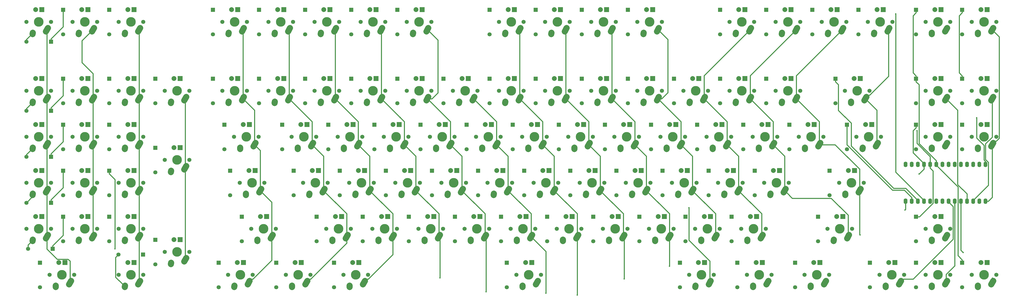
<source format=gbl>
G04 #@! TF.FileFunction,Copper,L2,Bot,Signal*
%FSLAX46Y46*%
G04 Gerber Fmt 4.6, Leading zero omitted, Abs format (unit mm)*
G04 Created by KiCad (PCBNEW 4.0.2-stable) date Saturday, May 28, 2016 'PMt' 12:45:38 PM*
%MOMM*%
G01*
G04 APERTURE LIST*
%ADD10C,0.150000*%
%ADD11C,1.699260*%
%ADD12R,1.699260X1.699260*%
%ADD13C,3.987810*%
%ADD14C,1.701810*%
%ADD15C,2.500000*%
%ADD16R,2.000000X2.000000*%
%ADD17C,2.000000*%
%ADD18O,1.600000X2.300000*%
%ADD19C,0.609600*%
%ADD20C,0.381000*%
G04 APERTURE END LIST*
D10*
D11*
X286277540Y-119460520D03*
D12*
X286277540Y-109300520D03*
D11*
X419627540Y-138510520D03*
D12*
X419627540Y-128350520D03*
D13*
X428625000Y-133350000D03*
D14*
X433705000Y-133350000D03*
X423545000Y-133350000D03*
D15*
X431624547Y-137349954D02*
X432435453Y-135890046D01*
X426085276Y-138429328D02*
X426124724Y-137850672D01*
D16*
X429895000Y-128270000D03*
D17*
X427355000Y-128270000D03*
D11*
X400577540Y-138510520D03*
D12*
X400577540Y-128350520D03*
D13*
X409575000Y-133350000D03*
D14*
X414655000Y-133350000D03*
X404495000Y-133350000D03*
D15*
X412574547Y-137349954D02*
X413385453Y-135890046D01*
X407035276Y-138429328D02*
X407074724Y-137850672D01*
D16*
X410845000Y-128270000D03*
D17*
X408305000Y-128270000D03*
D11*
X381527540Y-138510520D03*
D12*
X381527540Y-128350520D03*
D13*
X390525000Y-133350000D03*
D14*
X395605000Y-133350000D03*
X385445000Y-133350000D03*
D15*
X393524547Y-137349954D02*
X394335453Y-135890046D01*
X387985276Y-138429328D02*
X388024724Y-137850672D01*
D16*
X391795000Y-128270000D03*
D17*
X389255000Y-128270000D03*
D11*
X350571290Y-138510520D03*
D12*
X350571290Y-128350520D03*
D13*
X359568750Y-133350000D03*
D14*
X364648750Y-133350000D03*
X354488750Y-133350000D03*
D15*
X362568297Y-137349954D02*
X363379203Y-135890046D01*
X357029026Y-138429328D02*
X357068474Y-137850672D01*
D16*
X360838750Y-128270000D03*
D17*
X358298750Y-128270000D03*
D11*
X326758790Y-138510520D03*
D12*
X326758790Y-128350520D03*
D13*
X335756250Y-133350000D03*
D14*
X340836250Y-133350000D03*
X330676250Y-133350000D03*
D15*
X338755797Y-137349954D02*
X339566703Y-135890046D01*
X333216526Y-138429328D02*
X333255974Y-137850672D01*
D16*
X337026250Y-128270000D03*
D17*
X334486250Y-128270000D03*
D11*
X303000000Y-138510520D03*
D12*
X303000000Y-128350520D03*
D13*
X311943750Y-133350000D03*
D14*
X317023750Y-133350000D03*
X306863750Y-133350000D03*
D15*
X314943297Y-137349954D02*
X315754203Y-135890046D01*
X309404026Y-138429328D02*
X309443474Y-137850672D01*
D16*
X313213750Y-128270000D03*
D17*
X310673750Y-128270000D03*
D11*
X231508790Y-138510520D03*
D12*
X231508790Y-128350520D03*
D13*
X240506250Y-133350000D03*
D14*
X245586250Y-133350000D03*
X235426250Y-133350000D03*
D15*
X243505797Y-137349954D02*
X244316703Y-135890046D01*
X237966526Y-138429328D02*
X238005974Y-137850672D01*
D16*
X241776250Y-128270000D03*
D17*
X239236250Y-128270000D03*
D11*
X160071290Y-138510520D03*
D12*
X160071290Y-128350520D03*
D13*
X169068750Y-133350000D03*
D14*
X174148750Y-133350000D03*
X163988750Y-133350000D03*
D15*
X172068297Y-137349954D02*
X172879203Y-135890046D01*
X166529026Y-138429328D02*
X166568474Y-137850672D01*
D16*
X170338750Y-128270000D03*
D17*
X167798750Y-128270000D03*
D11*
X136258790Y-138510520D03*
D12*
X136258790Y-128350520D03*
D13*
X145256250Y-133350000D03*
D14*
X150336250Y-133350000D03*
X140176250Y-133350000D03*
D15*
X148255797Y-137349954D02*
X149066703Y-135890046D01*
X142716526Y-138429328D02*
X142755974Y-137850672D01*
D16*
X146526250Y-128270000D03*
D17*
X143986250Y-128270000D03*
D11*
X112446290Y-138510520D03*
D12*
X112446290Y-128350520D03*
D13*
X121443750Y-133350000D03*
D14*
X126523750Y-133350000D03*
X116363750Y-133350000D03*
D15*
X124443297Y-137349954D02*
X125254203Y-135890046D01*
X118904026Y-138429328D02*
X118943474Y-137850672D01*
D16*
X122713750Y-128270000D03*
D17*
X120173750Y-128270000D03*
D11*
X71000000Y-125000000D03*
D12*
X81160000Y-125000000D03*
D13*
X76200000Y-133350000D03*
D14*
X81280000Y-133350000D03*
X71120000Y-133350000D03*
D15*
X79199547Y-137349954D02*
X80010453Y-135890046D01*
X73660276Y-138429328D02*
X73699724Y-137850672D01*
D16*
X77470000Y-128270000D03*
D17*
X74930000Y-128270000D03*
D11*
X38627540Y-138510520D03*
D12*
X38627540Y-128350520D03*
D13*
X47625000Y-133350000D03*
D14*
X52705000Y-133350000D03*
X42545000Y-133350000D03*
D15*
X50624547Y-137349954D02*
X51435453Y-135890046D01*
X45085276Y-138429328D02*
X45124724Y-137850672D01*
D16*
X48895000Y-128270000D03*
D17*
X46355000Y-128270000D03*
D11*
X400577540Y-119460520D03*
D12*
X400577540Y-109300520D03*
D13*
X409575000Y-114300000D03*
D14*
X414655000Y-114300000D03*
X404495000Y-114300000D03*
D15*
X412574547Y-118299954D02*
X413385453Y-116840046D01*
X407035276Y-119379328D02*
X407074724Y-118800672D01*
D16*
X410845000Y-109220000D03*
D17*
X408305000Y-109220000D03*
D11*
X360096290Y-119460520D03*
D12*
X360096290Y-109300520D03*
D13*
X369093750Y-114300000D03*
D14*
X374173750Y-114300000D03*
X364013750Y-114300000D03*
D15*
X372093297Y-118299954D02*
X372904203Y-116840046D01*
X366554026Y-119379328D02*
X366593474Y-118800672D01*
D16*
X370363750Y-109220000D03*
D17*
X367823750Y-109220000D03*
D11*
X324377540Y-119460520D03*
D12*
X324377540Y-109300520D03*
D13*
X333375000Y-114300000D03*
D14*
X338455000Y-114300000D03*
X328295000Y-114300000D03*
D15*
X336374547Y-118299954D02*
X337185453Y-116840046D01*
X330835276Y-119379328D02*
X330874724Y-118800672D01*
D16*
X334645000Y-109220000D03*
D17*
X332105000Y-109220000D03*
D11*
X305327540Y-119460520D03*
D12*
X305327540Y-109300520D03*
D13*
X314325000Y-114300000D03*
D14*
X319405000Y-114300000D03*
X309245000Y-114300000D03*
D15*
X317324547Y-118299954D02*
X318135453Y-116840046D01*
X311785276Y-119379328D02*
X311824724Y-118800672D01*
D16*
X315595000Y-109220000D03*
D17*
X313055000Y-109220000D03*
D13*
X295275000Y-114300000D03*
D14*
X300355000Y-114300000D03*
X290195000Y-114300000D03*
D15*
X298274547Y-118299954D02*
X299085453Y-116840046D01*
X292735276Y-119379328D02*
X292774724Y-118800672D01*
D16*
X296545000Y-109220000D03*
D17*
X294005000Y-109220000D03*
D11*
X267227540Y-119460520D03*
D12*
X267227540Y-109300520D03*
D13*
X276225000Y-114300000D03*
D14*
X281305000Y-114300000D03*
X271145000Y-114300000D03*
D15*
X279224547Y-118299954D02*
X280035453Y-116840046D01*
X273685276Y-119379328D02*
X273724724Y-118800672D01*
D16*
X277495000Y-109220000D03*
D17*
X274955000Y-109220000D03*
D11*
X248177540Y-119460520D03*
D12*
X248177540Y-109300520D03*
D13*
X257175000Y-114300000D03*
D14*
X262255000Y-114300000D03*
X252095000Y-114300000D03*
D15*
X260174547Y-118299954D02*
X260985453Y-116840046D01*
X254635276Y-119379328D02*
X254674724Y-118800672D01*
D16*
X258445000Y-109220000D03*
D17*
X255905000Y-109220000D03*
D11*
X229127540Y-119460520D03*
D12*
X229127540Y-109300520D03*
D13*
X238125000Y-114300000D03*
D14*
X243205000Y-114300000D03*
X233045000Y-114300000D03*
D15*
X241124547Y-118299954D02*
X241935453Y-116840046D01*
X235585276Y-119379328D02*
X235624724Y-118800672D01*
D16*
X239395000Y-109220000D03*
D17*
X236855000Y-109220000D03*
D11*
X210077540Y-119460520D03*
D12*
X210077540Y-109300520D03*
D13*
X219075000Y-114300000D03*
D14*
X224155000Y-114300000D03*
X213995000Y-114300000D03*
D15*
X222074547Y-118299954D02*
X222885453Y-116840046D01*
X216535276Y-119379328D02*
X216574724Y-118800672D01*
D16*
X220345000Y-109220000D03*
D17*
X217805000Y-109220000D03*
D11*
X191027540Y-119460520D03*
D12*
X191027540Y-109300520D03*
D13*
X200025000Y-114300000D03*
D14*
X205105000Y-114300000D03*
X194945000Y-114300000D03*
D15*
X203024547Y-118299954D02*
X203835453Y-116840046D01*
X197485276Y-119379328D02*
X197524724Y-118800672D01*
D16*
X201295000Y-109220000D03*
D17*
X198755000Y-109220000D03*
D11*
X171977540Y-119460520D03*
D12*
X171977540Y-109300520D03*
D13*
X180975000Y-114300000D03*
D14*
X186055000Y-114300000D03*
X175895000Y-114300000D03*
D15*
X183974547Y-118299954D02*
X184785453Y-116840046D01*
X178435276Y-119379328D02*
X178474724Y-118800672D01*
D16*
X182245000Y-109220000D03*
D17*
X179705000Y-109220000D03*
D11*
X152927540Y-119460520D03*
D12*
X152927540Y-109300520D03*
D13*
X161925000Y-114300000D03*
D14*
X167005000Y-114300000D03*
X156845000Y-114300000D03*
D15*
X164924547Y-118299954D02*
X165735453Y-116840046D01*
X159385276Y-119379328D02*
X159424724Y-118800672D01*
D16*
X163195000Y-109220000D03*
D17*
X160655000Y-109220000D03*
D11*
X121971290Y-119460520D03*
D12*
X121971290Y-109300520D03*
D13*
X130968750Y-114300000D03*
D14*
X136048750Y-114300000D03*
X125888750Y-114300000D03*
D15*
X133968297Y-118299954D02*
X134779203Y-116840046D01*
X128429026Y-119379328D02*
X128468474Y-118800672D01*
D16*
X132238750Y-109220000D03*
D17*
X129698750Y-109220000D03*
D11*
X86252540Y-128985520D03*
D12*
X86252540Y-118825520D03*
D13*
X95250000Y-123825000D03*
D14*
X100330000Y-123825000D03*
X90170000Y-123825000D03*
D15*
X98249547Y-127824954D02*
X99060453Y-126365046D01*
X92710276Y-128904328D02*
X92749724Y-128325672D01*
D16*
X96520000Y-118745000D03*
D17*
X93980000Y-118745000D03*
D11*
X67202540Y-119460520D03*
D12*
X67202540Y-109300520D03*
D13*
X76200000Y-114300000D03*
D14*
X81280000Y-114300000D03*
X71120000Y-114300000D03*
D15*
X79199547Y-118299954D02*
X80010453Y-116840046D01*
X73660276Y-119379328D02*
X73699724Y-118800672D01*
D16*
X77470000Y-109220000D03*
D17*
X74930000Y-109220000D03*
D11*
X48152540Y-119460520D03*
D12*
X48152540Y-109300520D03*
D13*
X57150000Y-114300000D03*
D14*
X62230000Y-114300000D03*
X52070000Y-114300000D03*
D15*
X60149547Y-118299954D02*
X60960453Y-116840046D01*
X54610276Y-119379328D02*
X54649724Y-118800672D01*
D16*
X58420000Y-109220000D03*
D17*
X55880000Y-109220000D03*
D11*
X33655000Y-122555000D03*
D12*
X43815000Y-122555000D03*
D13*
X38100000Y-114300000D03*
D14*
X43180000Y-114300000D03*
X33020000Y-114300000D03*
D15*
X41099547Y-118299954D02*
X41910453Y-116840046D01*
X35560276Y-119379328D02*
X35599724Y-118800672D01*
D16*
X39370000Y-109220000D03*
D17*
X36830000Y-109220000D03*
D11*
X364858790Y-100410520D03*
D12*
X364858790Y-90250520D03*
D13*
X373856250Y-95250000D03*
D14*
X378936250Y-95250000D03*
X368776250Y-95250000D03*
D15*
X376855797Y-99249954D02*
X377666703Y-97790046D01*
X371316526Y-100329328D02*
X371355974Y-99750672D01*
D16*
X375126250Y-90170000D03*
D17*
X372586250Y-90170000D03*
D11*
X333902540Y-100410520D03*
D12*
X333902540Y-90250520D03*
D13*
X342900000Y-95250000D03*
D14*
X347980000Y-95250000D03*
X337820000Y-95250000D03*
D15*
X345899547Y-99249954D02*
X346710453Y-97790046D01*
X340360276Y-100329328D02*
X340399724Y-99750672D01*
D16*
X344170000Y-90170000D03*
D17*
X341630000Y-90170000D03*
D11*
X314852540Y-100410520D03*
D12*
X314852540Y-90250520D03*
D13*
X323850000Y-95250000D03*
D14*
X328930000Y-95250000D03*
X318770000Y-95250000D03*
D15*
X326849547Y-99249954D02*
X327660453Y-97790046D01*
X321310276Y-100329328D02*
X321349724Y-99750672D01*
D16*
X325120000Y-90170000D03*
D17*
X322580000Y-90170000D03*
D11*
X295802540Y-100410520D03*
D12*
X295802540Y-90250520D03*
D13*
X304800000Y-95250000D03*
D14*
X309880000Y-95250000D03*
X299720000Y-95250000D03*
D15*
X307799547Y-99249954D02*
X308610453Y-97790046D01*
X302260276Y-100329328D02*
X302299724Y-99750672D01*
D16*
X306070000Y-90170000D03*
D17*
X303530000Y-90170000D03*
D11*
X276752540Y-100410520D03*
D12*
X276752540Y-90250520D03*
D13*
X285750000Y-95250000D03*
D14*
X290830000Y-95250000D03*
X280670000Y-95250000D03*
D15*
X288749547Y-99249954D02*
X289560453Y-97790046D01*
X283210276Y-100329328D02*
X283249724Y-99750672D01*
D16*
X287020000Y-90170000D03*
D17*
X284480000Y-90170000D03*
D11*
X257702540Y-100410520D03*
D12*
X257702540Y-90250520D03*
D13*
X266700000Y-95250000D03*
D14*
X271780000Y-95250000D03*
X261620000Y-95250000D03*
D15*
X269699547Y-99249954D02*
X270510453Y-97790046D01*
X264160276Y-100329328D02*
X264199724Y-99750672D01*
D16*
X267970000Y-90170000D03*
D17*
X265430000Y-90170000D03*
D11*
X238652540Y-100410520D03*
D12*
X238652540Y-90250520D03*
D13*
X247650000Y-95250000D03*
D14*
X252730000Y-95250000D03*
X242570000Y-95250000D03*
D15*
X250649547Y-99249954D02*
X251460453Y-97790046D01*
X245110276Y-100329328D02*
X245149724Y-99750672D01*
D16*
X248920000Y-90170000D03*
D17*
X246380000Y-90170000D03*
D11*
X219602540Y-100410520D03*
D12*
X219602540Y-90250520D03*
D13*
X228600000Y-95250000D03*
D14*
X233680000Y-95250000D03*
X223520000Y-95250000D03*
D15*
X231599547Y-99249954D02*
X232410453Y-97790046D01*
X226060276Y-100329328D02*
X226099724Y-99750672D01*
D16*
X229870000Y-90170000D03*
D17*
X227330000Y-90170000D03*
D11*
X200552540Y-100410520D03*
D12*
X200552540Y-90250520D03*
D13*
X209550000Y-95250000D03*
D14*
X214630000Y-95250000D03*
X204470000Y-95250000D03*
D15*
X212549547Y-99249954D02*
X213360453Y-97790046D01*
X207010276Y-100329328D02*
X207049724Y-99750672D01*
D16*
X210820000Y-90170000D03*
D17*
X208280000Y-90170000D03*
D11*
X181502540Y-100410520D03*
D12*
X181502540Y-90250520D03*
D13*
X190500000Y-95250000D03*
D14*
X195580000Y-95250000D03*
X185420000Y-95250000D03*
D15*
X193499547Y-99249954D02*
X194310453Y-97790046D01*
X187960276Y-100329328D02*
X187999724Y-99750672D01*
D16*
X191770000Y-90170000D03*
D17*
X189230000Y-90170000D03*
D11*
X162452540Y-100410520D03*
D12*
X162452540Y-90250520D03*
D13*
X171450000Y-95250000D03*
D14*
X176530000Y-95250000D03*
X166370000Y-95250000D03*
D15*
X174449547Y-99249954D02*
X175260453Y-97790046D01*
X168910276Y-100329328D02*
X168949724Y-99750672D01*
D16*
X172720000Y-90170000D03*
D17*
X170180000Y-90170000D03*
D11*
X143402540Y-100410520D03*
D12*
X143402540Y-90250520D03*
D13*
X152400000Y-95250000D03*
D14*
X157480000Y-95250000D03*
X147320000Y-95250000D03*
D15*
X155399547Y-99249954D02*
X156210453Y-97790046D01*
X149860276Y-100329328D02*
X149899724Y-99750672D01*
D16*
X153670000Y-90170000D03*
D17*
X151130000Y-90170000D03*
D11*
X117208790Y-100410520D03*
D12*
X117208790Y-90250520D03*
D13*
X126206250Y-95250000D03*
D14*
X131286250Y-95250000D03*
X121126250Y-95250000D03*
D15*
X129205797Y-99249954D02*
X130016703Y-97790046D01*
X123666526Y-100329328D02*
X123705974Y-99750672D01*
D16*
X127476250Y-90170000D03*
D17*
X124936250Y-90170000D03*
D11*
X67202540Y-100410520D03*
D12*
X67202540Y-90250520D03*
D13*
X76200000Y-95250000D03*
D14*
X81280000Y-95250000D03*
X71120000Y-95250000D03*
D15*
X79199547Y-99249954D02*
X80010453Y-97790046D01*
X73660276Y-100329328D02*
X73699724Y-99750672D01*
D16*
X77470000Y-90170000D03*
D17*
X74930000Y-90170000D03*
D11*
X48152540Y-100410520D03*
D12*
X48152540Y-90250520D03*
D13*
X57150000Y-95250000D03*
D14*
X62230000Y-95250000D03*
X52070000Y-95250000D03*
D15*
X60149547Y-99249954D02*
X60960453Y-97790046D01*
X54610276Y-100329328D02*
X54649724Y-99750672D01*
D16*
X58420000Y-90170000D03*
D17*
X55880000Y-90170000D03*
D11*
X33020000Y-103505000D03*
D12*
X43180000Y-103505000D03*
D13*
X38100000Y-95250000D03*
D14*
X43180000Y-95250000D03*
X33020000Y-95250000D03*
D15*
X41099547Y-99249954D02*
X41910453Y-97790046D01*
X35560276Y-100329328D02*
X35599724Y-99750672D01*
D16*
X39370000Y-90170000D03*
D17*
X36830000Y-90170000D03*
D11*
X419627540Y-81360520D03*
D12*
X419627540Y-71200520D03*
D13*
X428625000Y-76200000D03*
D14*
X433705000Y-76200000D03*
X423545000Y-76200000D03*
D15*
X431624547Y-80199954D02*
X432435453Y-78740046D01*
X426085276Y-81279328D02*
X426124724Y-80700672D01*
D16*
X429895000Y-71120000D03*
D17*
X427355000Y-71120000D03*
D11*
X400577540Y-81360520D03*
D12*
X400577540Y-71200520D03*
D13*
X409575000Y-76200000D03*
D14*
X414655000Y-76200000D03*
X404495000Y-76200000D03*
D15*
X412574547Y-80199954D02*
X413385453Y-78740046D01*
X407035276Y-81279328D02*
X407074724Y-80700672D01*
D16*
X410845000Y-71120000D03*
D17*
X408305000Y-71120000D03*
D11*
X372002540Y-81360520D03*
D12*
X372002540Y-71200520D03*
D13*
X381000000Y-76200000D03*
D14*
X386080000Y-76200000D03*
X375920000Y-76200000D03*
D15*
X383999547Y-80199954D02*
X384810453Y-78740046D01*
X378460276Y-81279328D02*
X378499724Y-80700672D01*
D16*
X382270000Y-71120000D03*
D17*
X379730000Y-71120000D03*
D11*
X348190040Y-81360520D03*
D12*
X348190040Y-71200520D03*
D13*
X357187500Y-76200000D03*
D14*
X362267500Y-76200000D03*
X352107500Y-76200000D03*
D15*
X360187047Y-80199954D02*
X360997953Y-78740046D01*
X354647776Y-81279328D02*
X354687224Y-80700672D01*
D16*
X358457500Y-71120000D03*
D17*
X355917500Y-71120000D03*
D11*
X329140040Y-81360520D03*
D12*
X329140040Y-71200520D03*
D13*
X338137500Y-76200000D03*
D14*
X343217500Y-76200000D03*
X333057500Y-76200000D03*
D15*
X341137047Y-80199954D02*
X341947953Y-78740046D01*
X335597776Y-81279328D02*
X335637224Y-80700672D01*
D16*
X339407500Y-71120000D03*
D17*
X336867500Y-71120000D03*
D11*
X310090040Y-81360520D03*
D12*
X310090040Y-71200520D03*
D13*
X319087500Y-76200000D03*
D14*
X324167500Y-76200000D03*
X314007500Y-76200000D03*
D15*
X322087047Y-80199954D02*
X322897953Y-78740046D01*
X316547776Y-81279328D02*
X316587224Y-80700672D01*
D16*
X320357500Y-71120000D03*
D17*
X317817500Y-71120000D03*
D11*
X291040040Y-81360520D03*
D12*
X291040040Y-71200520D03*
D13*
X300037500Y-76200000D03*
D14*
X305117500Y-76200000D03*
X294957500Y-76200000D03*
D15*
X303037047Y-80199954D02*
X303847953Y-78740046D01*
X297497776Y-81279328D02*
X297537224Y-80700672D01*
D16*
X301307500Y-71120000D03*
D17*
X298767500Y-71120000D03*
D11*
X271990040Y-81360520D03*
D12*
X271990040Y-71200520D03*
D13*
X280987500Y-76200000D03*
D14*
X286067500Y-76200000D03*
X275907500Y-76200000D03*
D15*
X283987047Y-80199954D02*
X284797953Y-78740046D01*
X278447776Y-81279328D02*
X278487224Y-80700672D01*
D16*
X282257500Y-71120000D03*
D17*
X279717500Y-71120000D03*
D11*
X252940040Y-81360520D03*
D12*
X252940040Y-71200520D03*
D13*
X261937500Y-76200000D03*
D14*
X267017500Y-76200000D03*
X256857500Y-76200000D03*
D15*
X264937047Y-80199954D02*
X265747953Y-78740046D01*
X259397776Y-81279328D02*
X259437224Y-80700672D01*
D16*
X263207500Y-71120000D03*
D17*
X260667500Y-71120000D03*
D11*
X233890040Y-81360520D03*
D12*
X233890040Y-71200520D03*
D13*
X242887500Y-76200000D03*
D14*
X247967500Y-76200000D03*
X237807500Y-76200000D03*
D15*
X245887047Y-80199954D02*
X246697953Y-78740046D01*
X240347776Y-81279328D02*
X240387224Y-80700672D01*
D16*
X244157500Y-71120000D03*
D17*
X241617500Y-71120000D03*
D11*
X214840040Y-81360520D03*
D12*
X214840040Y-71200520D03*
D13*
X223837500Y-76200000D03*
D14*
X228917500Y-76200000D03*
X218757500Y-76200000D03*
D15*
X226837047Y-80199954D02*
X227647953Y-78740046D01*
X221297776Y-81279328D02*
X221337224Y-80700672D01*
D16*
X225107500Y-71120000D03*
D17*
X222567500Y-71120000D03*
D11*
X195790040Y-81360520D03*
D12*
X195790040Y-71200520D03*
D13*
X204787500Y-76200000D03*
D14*
X209867500Y-76200000D03*
X199707500Y-76200000D03*
D15*
X207787047Y-80199954D02*
X208597953Y-78740046D01*
X202247776Y-81279328D02*
X202287224Y-80700672D01*
D16*
X206057500Y-71120000D03*
D17*
X203517500Y-71120000D03*
D11*
X176740040Y-81360520D03*
D12*
X176740040Y-71200520D03*
D13*
X185737500Y-76200000D03*
D14*
X190817500Y-76200000D03*
X180657500Y-76200000D03*
D15*
X188737047Y-80199954D02*
X189547953Y-78740046D01*
X183197776Y-81279328D02*
X183237224Y-80700672D01*
D16*
X187007500Y-71120000D03*
D17*
X184467500Y-71120000D03*
D11*
X157690040Y-81360520D03*
D12*
X157690040Y-71200520D03*
D13*
X166687500Y-76200000D03*
D14*
X171767500Y-76200000D03*
X161607500Y-76200000D03*
D15*
X169687047Y-80199954D02*
X170497953Y-78740046D01*
X164147776Y-81279328D02*
X164187224Y-80700672D01*
D16*
X167957500Y-71120000D03*
D17*
X165417500Y-71120000D03*
D11*
X138640040Y-81360520D03*
D12*
X138640040Y-71200520D03*
D13*
X147637500Y-76200000D03*
D14*
X152717500Y-76200000D03*
X142557500Y-76200000D03*
D15*
X150637047Y-80199954D02*
X151447953Y-78740046D01*
X145097776Y-81279328D02*
X145137224Y-80700672D01*
D16*
X148907500Y-71120000D03*
D17*
X146367500Y-71120000D03*
D11*
X114827540Y-81360520D03*
D12*
X114827540Y-71200520D03*
D13*
X123825000Y-76200000D03*
D14*
X128905000Y-76200000D03*
X118745000Y-76200000D03*
D15*
X126824547Y-80199954D02*
X127635453Y-78740046D01*
X121285276Y-81279328D02*
X121324724Y-80700672D01*
D16*
X125095000Y-71120000D03*
D17*
X122555000Y-71120000D03*
D11*
X86252540Y-90885520D03*
D12*
X86252540Y-80725520D03*
D13*
X95250000Y-85725000D03*
D14*
X100330000Y-85725000D03*
X90170000Y-85725000D03*
D15*
X98249547Y-89724954D02*
X99060453Y-88265046D01*
X92710276Y-90804328D02*
X92749724Y-90225672D01*
D16*
X96520000Y-80645000D03*
D17*
X93980000Y-80645000D03*
D11*
X67202540Y-81360520D03*
D12*
X67202540Y-71200520D03*
D13*
X76200000Y-76200000D03*
D14*
X81280000Y-76200000D03*
X71120000Y-76200000D03*
D15*
X79199547Y-80199954D02*
X80010453Y-78740046D01*
X73660276Y-81279328D02*
X73699724Y-80700672D01*
D16*
X77470000Y-71120000D03*
D17*
X74930000Y-71120000D03*
D11*
X48152540Y-81360520D03*
D12*
X48152540Y-71200520D03*
D13*
X57150000Y-76200000D03*
D14*
X62230000Y-76200000D03*
X52070000Y-76200000D03*
D15*
X60149547Y-80199954D02*
X60960453Y-78740046D01*
X54610276Y-81279328D02*
X54649724Y-80700672D01*
D16*
X58420000Y-71120000D03*
D17*
X55880000Y-71120000D03*
D11*
X33020000Y-84455000D03*
D12*
X43180000Y-84455000D03*
D13*
X38100000Y-76200000D03*
D14*
X43180000Y-76200000D03*
X33020000Y-76200000D03*
D15*
X41099547Y-80199954D02*
X41910453Y-78740046D01*
X35560276Y-81279328D02*
X35599724Y-80700672D01*
D16*
X39370000Y-71120000D03*
D17*
X36830000Y-71120000D03*
D11*
X419627540Y-62310520D03*
D12*
X419627540Y-52150520D03*
D13*
X428625000Y-57150000D03*
D14*
X433705000Y-57150000D03*
X423545000Y-57150000D03*
D15*
X431624547Y-61149954D02*
X432435453Y-59690046D01*
X426085276Y-62229328D02*
X426124724Y-61650672D01*
D16*
X429895000Y-52070000D03*
D17*
X427355000Y-52070000D03*
D11*
X400577540Y-62310520D03*
D12*
X400577540Y-52150520D03*
D13*
X409575000Y-57150000D03*
D14*
X414655000Y-57150000D03*
X404495000Y-57150000D03*
D15*
X412574547Y-61149954D02*
X413385453Y-59690046D01*
X407035276Y-62229328D02*
X407074724Y-61650672D01*
D16*
X410845000Y-52070000D03*
D17*
X408305000Y-52070000D03*
D11*
X367240040Y-62310520D03*
D12*
X367240040Y-52150520D03*
D13*
X376237500Y-57150000D03*
D14*
X381317500Y-57150000D03*
X371157500Y-57150000D03*
D15*
X379237047Y-61149954D02*
X380047953Y-59690046D01*
X373697776Y-62229328D02*
X373737224Y-61650672D01*
D16*
X377507500Y-52070000D03*
D17*
X374967500Y-52070000D03*
D11*
X338665040Y-62310520D03*
D12*
X338665040Y-52150520D03*
D13*
X347662500Y-57150000D03*
D14*
X352742500Y-57150000D03*
X342582500Y-57150000D03*
D15*
X350662047Y-61149954D02*
X351472953Y-59690046D01*
X345122776Y-62229328D02*
X345162224Y-61650672D01*
D16*
X348932500Y-52070000D03*
D17*
X346392500Y-52070000D03*
D11*
X319615040Y-62310520D03*
D12*
X319615040Y-52150520D03*
D13*
X328612500Y-57150000D03*
D14*
X333692500Y-57150000D03*
X323532500Y-57150000D03*
D15*
X331612047Y-61149954D02*
X332422953Y-59690046D01*
X326072776Y-62229328D02*
X326112224Y-61650672D01*
D16*
X329882500Y-52070000D03*
D17*
X327342500Y-52070000D03*
D11*
X300565040Y-62310520D03*
D12*
X300565040Y-52150520D03*
D13*
X309562500Y-57150000D03*
D14*
X314642500Y-57150000D03*
X304482500Y-57150000D03*
D15*
X312562047Y-61149954D02*
X313372953Y-59690046D01*
X307022776Y-62229328D02*
X307062224Y-61650672D01*
D16*
X310832500Y-52070000D03*
D17*
X308292500Y-52070000D03*
D11*
X281515040Y-62310520D03*
D12*
X281515040Y-52150520D03*
D13*
X290512500Y-57150000D03*
D14*
X295592500Y-57150000D03*
X285432500Y-57150000D03*
D15*
X293512047Y-61149954D02*
X294322953Y-59690046D01*
X287972776Y-62229328D02*
X288012224Y-61650672D01*
D16*
X291782500Y-52070000D03*
D17*
X289242500Y-52070000D03*
D11*
X262465040Y-62310520D03*
D12*
X262465040Y-52150520D03*
D13*
X271462500Y-57150000D03*
D14*
X276542500Y-57150000D03*
X266382500Y-57150000D03*
D15*
X274462047Y-61149954D02*
X275272953Y-59690046D01*
X268922776Y-62229328D02*
X268962224Y-61650672D01*
D16*
X272732500Y-52070000D03*
D17*
X270192500Y-52070000D03*
D11*
X243415040Y-62310520D03*
D12*
X243415040Y-52150520D03*
D13*
X252412500Y-57150000D03*
D14*
X257492500Y-57150000D03*
X247332500Y-57150000D03*
D15*
X255412047Y-61149954D02*
X256222953Y-59690046D01*
X249872776Y-62229328D02*
X249912224Y-61650672D01*
D16*
X253682500Y-52070000D03*
D17*
X251142500Y-52070000D03*
D11*
X224365040Y-62310520D03*
D12*
X224365040Y-52150520D03*
D13*
X233362500Y-57150000D03*
D14*
X238442500Y-57150000D03*
X228282500Y-57150000D03*
D15*
X236362047Y-61149954D02*
X237172953Y-59690046D01*
X230822776Y-62229328D02*
X230862224Y-61650672D01*
D16*
X234632500Y-52070000D03*
D17*
X232092500Y-52070000D03*
D11*
X205315040Y-62310520D03*
D12*
X205315040Y-52150520D03*
D13*
X214312500Y-57150000D03*
D14*
X219392500Y-57150000D03*
X209232500Y-57150000D03*
D15*
X217312047Y-61149954D02*
X218122953Y-59690046D01*
X211772776Y-62229328D02*
X211812224Y-61650672D01*
D16*
X215582500Y-52070000D03*
D17*
X213042500Y-52070000D03*
D11*
X186265040Y-62310520D03*
D12*
X186265040Y-52150520D03*
D13*
X195262500Y-57150000D03*
D14*
X200342500Y-57150000D03*
X190182500Y-57150000D03*
D15*
X198262047Y-61149954D02*
X199072953Y-59690046D01*
X192722776Y-62229328D02*
X192762224Y-61650672D01*
D16*
X196532500Y-52070000D03*
D17*
X193992500Y-52070000D03*
D11*
X167215040Y-62310520D03*
D12*
X167215040Y-52150520D03*
D13*
X176212500Y-57150000D03*
D14*
X181292500Y-57150000D03*
X171132500Y-57150000D03*
D15*
X179212047Y-61149954D02*
X180022953Y-59690046D01*
X173672776Y-62229328D02*
X173712224Y-61650672D01*
D16*
X177482500Y-52070000D03*
D17*
X174942500Y-52070000D03*
D11*
X148165040Y-62310520D03*
D12*
X148165040Y-52150520D03*
D13*
X157162500Y-57150000D03*
D14*
X162242500Y-57150000D03*
X152082500Y-57150000D03*
D15*
X160162047Y-61149954D02*
X160972953Y-59690046D01*
X154622776Y-62229328D02*
X154662224Y-61650672D01*
D16*
X158432500Y-52070000D03*
D17*
X155892500Y-52070000D03*
D11*
X129115040Y-62310520D03*
D12*
X129115040Y-52150520D03*
D13*
X138112500Y-57150000D03*
D14*
X143192500Y-57150000D03*
X133032500Y-57150000D03*
D15*
X141112047Y-61149954D02*
X141922953Y-59690046D01*
X135572776Y-62229328D02*
X135612224Y-61650672D01*
D16*
X139382500Y-52070000D03*
D17*
X136842500Y-52070000D03*
D11*
X110065040Y-62310520D03*
D12*
X110065040Y-52150520D03*
D13*
X119062500Y-57150000D03*
D14*
X124142500Y-57150000D03*
X113982500Y-57150000D03*
D15*
X122062047Y-61149954D02*
X122872953Y-59690046D01*
X116522776Y-62229328D02*
X116562224Y-61650672D01*
D16*
X120332500Y-52070000D03*
D17*
X117792500Y-52070000D03*
D11*
X86252540Y-62310520D03*
D12*
X86252540Y-52150520D03*
D13*
X95250000Y-57150000D03*
D14*
X100330000Y-57150000D03*
X90170000Y-57150000D03*
D15*
X98249547Y-61149954D02*
X99060453Y-59690046D01*
X92710276Y-62229328D02*
X92749724Y-61650672D01*
D16*
X96520000Y-52070000D03*
D17*
X93980000Y-52070000D03*
D11*
X67202540Y-62310520D03*
D12*
X67202540Y-52150520D03*
D13*
X76200000Y-57150000D03*
D14*
X81280000Y-57150000D03*
X71120000Y-57150000D03*
D15*
X79199547Y-61149954D02*
X80010453Y-59690046D01*
X73660276Y-62229328D02*
X73699724Y-61650672D01*
D16*
X77470000Y-52070000D03*
D17*
X74930000Y-52070000D03*
D11*
X48152540Y-62310520D03*
D12*
X48152540Y-52150520D03*
D13*
X57150000Y-57150000D03*
D14*
X62230000Y-57150000D03*
X52070000Y-57150000D03*
D15*
X60149547Y-61149954D02*
X60960453Y-59690046D01*
X54610276Y-62229328D02*
X54649724Y-61650672D01*
D16*
X58420000Y-52070000D03*
D17*
X55880000Y-52070000D03*
D11*
X33020000Y-65405000D03*
D12*
X43180000Y-65405000D03*
D13*
X38100000Y-57150000D03*
D14*
X43180000Y-57150000D03*
X33020000Y-57150000D03*
D15*
X41099547Y-61149954D02*
X41910453Y-59690046D01*
X35560276Y-62229328D02*
X35599724Y-61650672D01*
D16*
X39370000Y-52070000D03*
D17*
X36830000Y-52070000D03*
D11*
X419627540Y-33735520D03*
D12*
X419627540Y-23575520D03*
D13*
X428625000Y-28575000D03*
D14*
X433705000Y-28575000D03*
X423545000Y-28575000D03*
D15*
X431624547Y-32574954D02*
X432435453Y-31115046D01*
X426085276Y-33654328D02*
X426124724Y-33075672D01*
D16*
X429895000Y-23495000D03*
D17*
X427355000Y-23495000D03*
D11*
X400577540Y-33735520D03*
D12*
X400577540Y-23575520D03*
D13*
X409575000Y-28575000D03*
D14*
X414655000Y-28575000D03*
X404495000Y-28575000D03*
D15*
X412574547Y-32574954D02*
X413385453Y-31115046D01*
X407035276Y-33654328D02*
X407074724Y-33075672D01*
D16*
X410845000Y-23495000D03*
D17*
X408305000Y-23495000D03*
D11*
X376765040Y-33735520D03*
D12*
X376765040Y-23575520D03*
D13*
X385762500Y-28575000D03*
D14*
X390842500Y-28575000D03*
X380682500Y-28575000D03*
D15*
X388762047Y-32574954D02*
X389572953Y-31115046D01*
X383222776Y-33654328D02*
X383262224Y-33075672D01*
D16*
X387032500Y-23495000D03*
D17*
X384492500Y-23495000D03*
D11*
X357715040Y-33735520D03*
D12*
X357715040Y-23575520D03*
D13*
X366712500Y-28575000D03*
D14*
X371792500Y-28575000D03*
X361632500Y-28575000D03*
D15*
X369712047Y-32574954D02*
X370522953Y-31115046D01*
X364172776Y-33654328D02*
X364212224Y-33075672D01*
D16*
X367982500Y-23495000D03*
D17*
X365442500Y-23495000D03*
D11*
X338665040Y-33735520D03*
D12*
X338665040Y-23575520D03*
D13*
X347662500Y-28575000D03*
D14*
X352742500Y-28575000D03*
X342582500Y-28575000D03*
D15*
X350662047Y-32574954D02*
X351472953Y-31115046D01*
X345122776Y-33654328D02*
X345162224Y-33075672D01*
D16*
X348932500Y-23495000D03*
D17*
X346392500Y-23495000D03*
D11*
X319615040Y-33735520D03*
D12*
X319615040Y-23575520D03*
D13*
X328612500Y-28575000D03*
D14*
X333692500Y-28575000D03*
X323532500Y-28575000D03*
D15*
X331612047Y-32574954D02*
X332422953Y-31115046D01*
X326072776Y-33654328D02*
X326112224Y-33075672D01*
D16*
X329882500Y-23495000D03*
D17*
X327342500Y-23495000D03*
D11*
X281515040Y-33735520D03*
D12*
X281515040Y-23575520D03*
D13*
X290512500Y-28575000D03*
D14*
X295592500Y-28575000D03*
X285432500Y-28575000D03*
D15*
X293512047Y-32574954D02*
X294322953Y-31115046D01*
X287972776Y-33654328D02*
X288012224Y-33075672D01*
D16*
X291782500Y-23495000D03*
D17*
X289242500Y-23495000D03*
D11*
X262465040Y-33735520D03*
D12*
X262465040Y-23575520D03*
D13*
X271462500Y-28575000D03*
D14*
X276542500Y-28575000D03*
X266382500Y-28575000D03*
D15*
X274462047Y-32574954D02*
X275272953Y-31115046D01*
X268922776Y-33654328D02*
X268962224Y-33075672D01*
D16*
X272732500Y-23495000D03*
D17*
X270192500Y-23495000D03*
D11*
X243415040Y-33735520D03*
D12*
X243415040Y-23575520D03*
D13*
X252412500Y-28575000D03*
D14*
X257492500Y-28575000D03*
X247332500Y-28575000D03*
D15*
X255412047Y-32574954D02*
X256222953Y-31115046D01*
X249872776Y-33654328D02*
X249912224Y-33075672D01*
D16*
X253682500Y-23495000D03*
D17*
X251142500Y-23495000D03*
D11*
X224365040Y-33735520D03*
D12*
X224365040Y-23575520D03*
D13*
X233362500Y-28575000D03*
D14*
X238442500Y-28575000D03*
X228282500Y-28575000D03*
D15*
X236362047Y-32574954D02*
X237172953Y-31115046D01*
X230822776Y-33654328D02*
X230862224Y-33075672D01*
D16*
X234632500Y-23495000D03*
D17*
X232092500Y-23495000D03*
D11*
X186265040Y-33735520D03*
D12*
X186265040Y-23575520D03*
D13*
X195262500Y-28575000D03*
D14*
X200342500Y-28575000D03*
X190182500Y-28575000D03*
D15*
X198262047Y-32574954D02*
X199072953Y-31115046D01*
X192722776Y-33654328D02*
X192762224Y-33075672D01*
D16*
X196532500Y-23495000D03*
D17*
X193992500Y-23495000D03*
D11*
X167215040Y-33735520D03*
D12*
X167215040Y-23575520D03*
D13*
X176212500Y-28575000D03*
D14*
X181292500Y-28575000D03*
X171132500Y-28575000D03*
D15*
X179212047Y-32574954D02*
X180022953Y-31115046D01*
X173672776Y-33654328D02*
X173712224Y-33075672D01*
D16*
X177482500Y-23495000D03*
D17*
X174942500Y-23495000D03*
D11*
X148165040Y-33735520D03*
D12*
X148165040Y-23575520D03*
D13*
X157162500Y-28575000D03*
D14*
X162242500Y-28575000D03*
X152082500Y-28575000D03*
D15*
X160162047Y-32574954D02*
X160972953Y-31115046D01*
X154622776Y-33654328D02*
X154662224Y-33075672D01*
D16*
X158432500Y-23495000D03*
D17*
X155892500Y-23495000D03*
D11*
X129115040Y-33735520D03*
D12*
X129115040Y-23575520D03*
D13*
X138112500Y-28575000D03*
D14*
X143192500Y-28575000D03*
X133032500Y-28575000D03*
D15*
X141112047Y-32574954D02*
X141922953Y-31115046D01*
X135572776Y-33654328D02*
X135612224Y-33075672D01*
D16*
X139382500Y-23495000D03*
D17*
X136842500Y-23495000D03*
D11*
X110065040Y-33735520D03*
D12*
X110065040Y-23575520D03*
D13*
X119062500Y-28575000D03*
D14*
X124142500Y-28575000D03*
X113982500Y-28575000D03*
D15*
X122062047Y-32574954D02*
X122872953Y-31115046D01*
X116522776Y-33654328D02*
X116562224Y-33075672D01*
D16*
X120332500Y-23495000D03*
D17*
X117792500Y-23495000D03*
D11*
X67202540Y-33735520D03*
D12*
X67202540Y-23575520D03*
D13*
X76200000Y-28575000D03*
D14*
X81280000Y-28575000D03*
X71120000Y-28575000D03*
D15*
X79199547Y-32574954D02*
X80010453Y-31115046D01*
X73660276Y-33654328D02*
X73699724Y-33075672D01*
D16*
X77470000Y-23495000D03*
D17*
X74930000Y-23495000D03*
D11*
X48152540Y-33735520D03*
D12*
X48152540Y-23575520D03*
D13*
X57150000Y-28575000D03*
D14*
X62230000Y-28575000D03*
X52070000Y-28575000D03*
D15*
X60149547Y-32574954D02*
X60960453Y-31115046D01*
X54610276Y-33654328D02*
X54649724Y-33075672D01*
D16*
X58420000Y-23495000D03*
D17*
X55880000Y-23495000D03*
D11*
X33020000Y-36830000D03*
D12*
X43180000Y-36830000D03*
D13*
X38100000Y-28575000D03*
D14*
X43180000Y-28575000D03*
X33020000Y-28575000D03*
D15*
X41099547Y-32574954D02*
X41910453Y-31115046D01*
X35560276Y-33654328D02*
X35599724Y-33075672D01*
D16*
X39370000Y-23495000D03*
D17*
X36830000Y-23495000D03*
D18*
X396240000Y-102870000D03*
X398780000Y-102870000D03*
X401320000Y-102870000D03*
X403860000Y-102870000D03*
X406400000Y-102870000D03*
X408940000Y-102870000D03*
X411480000Y-102870000D03*
X414020000Y-102870000D03*
X416560000Y-102870000D03*
X419100000Y-102870000D03*
X421640000Y-102870000D03*
X424180000Y-102870000D03*
X426720000Y-102870000D03*
X429260000Y-102870000D03*
X429260000Y-87630000D03*
X426720000Y-87630000D03*
X424180000Y-87630000D03*
X421640000Y-87630000D03*
X419100000Y-87630000D03*
X416560000Y-87630000D03*
X414020000Y-87630000D03*
X411480000Y-87630000D03*
X408940000Y-87630000D03*
X406400000Y-87630000D03*
X403860000Y-87630000D03*
X401320000Y-87630000D03*
X398780000Y-87630000D03*
X396240000Y-87630000D03*
D19*
X392176000Y-25273000D03*
X69596000Y-122555000D03*
X401828000Y-91567000D03*
X400939000Y-73660000D03*
X306705000Y-105537000D03*
X222885000Y-140335000D03*
X247650000Y-140970000D03*
X187452000Y-68254500D03*
X425577000Y-68326000D03*
X203835000Y-134620000D03*
X377444000Y-116840000D03*
X260604000Y-141732000D03*
X280000000Y-135000000D03*
X298704000Y-129794000D03*
X420000000Y-124079000D03*
X396000000Y-106500000D03*
D20*
X35580000Y-33365000D02*
X33020000Y-35925000D01*
X33020000Y-35925000D02*
X33020000Y-36830000D01*
X403860000Y-102870000D02*
X403860000Y-102520000D01*
X403860000Y-102520000D02*
X392176000Y-90836000D01*
X392176000Y-90836000D02*
X392176000Y-25273000D01*
X43180000Y-36830000D02*
X43180000Y-35599370D01*
X43180000Y-35599370D02*
X48152540Y-30626830D01*
X48152540Y-30626830D02*
X48152540Y-24806150D01*
X48152540Y-24806150D02*
X48152540Y-23575520D01*
X408940000Y-87630000D02*
X408940000Y-87980000D01*
X408940000Y-87980000D02*
X417906290Y-96946290D01*
X417906290Y-96946290D02*
X417906290Y-125398640D01*
X417906290Y-125398640D02*
X419627540Y-127119890D01*
X419627540Y-127119890D02*
X419627540Y-128350520D01*
X408940000Y-87630000D02*
X408940000Y-86099000D01*
X408940000Y-86099000D02*
X401820871Y-78979871D01*
X401820871Y-78979871D02*
X401820871Y-54624481D01*
X401820871Y-54624481D02*
X400577540Y-53381150D01*
X400577540Y-53381150D02*
X400577540Y-52150520D01*
X419627540Y-52150520D02*
X419627540Y-50919890D01*
X419627540Y-50919890D02*
X418384209Y-49676559D01*
X418384209Y-49676559D02*
X418384209Y-26049481D01*
X418384209Y-26049481D02*
X419627540Y-24806150D01*
X419627540Y-24806150D02*
X419627540Y-23575520D01*
X400577540Y-52150520D02*
X400577540Y-50919890D01*
X400577540Y-50919890D02*
X399334209Y-49676559D01*
X399334209Y-49676559D02*
X399334209Y-26049481D01*
X399334209Y-26049481D02*
X400577540Y-24806150D01*
X400577540Y-24806150D02*
X400577540Y-23575520D01*
X35580000Y-61940000D02*
X33020000Y-64500000D01*
X33020000Y-64500000D02*
X33020000Y-65405000D01*
X367240040Y-52150520D02*
X367240040Y-53381150D01*
X367240040Y-53381150D02*
X368483371Y-54624481D01*
X368483371Y-54624481D02*
X368483371Y-65273429D01*
X368483371Y-65273429D02*
X373761000Y-70551058D01*
X373761000Y-70551058D02*
X373761000Y-80010000D01*
X373761000Y-80010000D02*
X391287000Y-97536000D01*
X391287000Y-97536000D02*
X396336000Y-97536000D01*
X396336000Y-97536000D02*
X401320000Y-102520000D01*
X401320000Y-102520000D02*
X401320000Y-102870000D01*
X43180000Y-65405000D02*
X43180000Y-64174370D01*
X43180000Y-64174370D02*
X48152540Y-59201830D01*
X48152540Y-59201830D02*
X48152540Y-53381150D01*
X48152540Y-53381150D02*
X48152540Y-52150520D01*
X35580000Y-80990000D02*
X33020000Y-83550000D01*
X33020000Y-83550000D02*
X33020000Y-84455000D01*
X43180000Y-84455000D02*
X43180000Y-83224370D01*
X43180000Y-83224370D02*
X48152540Y-78251830D01*
X48152540Y-78251830D02*
X48152540Y-72431150D01*
X48152540Y-72431150D02*
X48152540Y-71200520D01*
X390780151Y-98298000D02*
X372002540Y-79520389D01*
X398780000Y-102870000D02*
X398780000Y-101339000D01*
X398780000Y-101339000D02*
X395739000Y-98298000D01*
X395739000Y-98298000D02*
X390780151Y-98298000D01*
X372002540Y-79520389D02*
X372002540Y-72431150D01*
X372002540Y-72431150D02*
X372002540Y-71200520D01*
X400577540Y-71200520D02*
X400577540Y-72431150D01*
X400577540Y-72431150D02*
X399334209Y-73674481D01*
X399334209Y-73674481D02*
X399334209Y-82754209D01*
X399334209Y-82754209D02*
X403860000Y-87280000D01*
X403860000Y-87280000D02*
X403860000Y-87630000D01*
X67202540Y-90250520D02*
X67202540Y-91481150D01*
X67202540Y-91481150D02*
X69596000Y-93874610D01*
X69596000Y-93874610D02*
X69596000Y-122555000D01*
X401828000Y-91567000D02*
X403860000Y-89535000D01*
X403860000Y-89535000D02*
X403860000Y-87630000D01*
X43180000Y-103505000D02*
X43180000Y-102274370D01*
X43180000Y-102274370D02*
X48152540Y-97301830D01*
X48152540Y-91481150D02*
X48152540Y-90250520D01*
X48152540Y-97301830D02*
X48152540Y-91481150D01*
X406400000Y-87630000D02*
X406400000Y-84385196D01*
X406400000Y-84385196D02*
X400939000Y-78924196D01*
X400939000Y-78924196D02*
X400939000Y-73660000D01*
X406400000Y-87630000D02*
X406400000Y-89161000D01*
X406400000Y-89161000D02*
X407593710Y-90354710D01*
X407593710Y-90354710D02*
X407593710Y-103714450D01*
X407593710Y-103714450D02*
X402007640Y-109300520D01*
X402007640Y-109300520D02*
X401808170Y-109300520D01*
X401808170Y-109300520D02*
X400577540Y-109300520D01*
X43815000Y-122555000D02*
X43815000Y-121324370D01*
X43815000Y-121324370D02*
X48152540Y-116986830D01*
X48152540Y-116986830D02*
X48152540Y-110531150D01*
X48152540Y-110531150D02*
X48152540Y-109300520D01*
X33020000Y-103505000D02*
X35580000Y-100945000D01*
X35580000Y-100945000D02*
X35580000Y-100040000D01*
X35580000Y-119090000D02*
X33655000Y-121015000D01*
X33655000Y-121015000D02*
X33655000Y-122555000D01*
X71000000Y-125000000D02*
X69875394Y-126124606D01*
X69875394Y-126124606D02*
X69875394Y-134335394D01*
X69875394Y-134335394D02*
X72605468Y-137065468D01*
X72605468Y-137065468D02*
X73680000Y-138140000D01*
X411480000Y-87630000D02*
X411480000Y-87280000D01*
X41505000Y-117570000D02*
X41505000Y-122652922D01*
X51030000Y-127696338D02*
X51030000Y-134610822D01*
X41505000Y-122652922D02*
X45728377Y-126876299D01*
X45728377Y-126876299D02*
X50209961Y-126876299D01*
X50209961Y-126876299D02*
X51030000Y-127696338D01*
X51030000Y-134610822D02*
X51030000Y-136620000D01*
X41505000Y-31845000D02*
X41505000Y-60420000D01*
X41505000Y-98520000D02*
X41505000Y-114467018D01*
X41505000Y-114467018D02*
X41505000Y-117570000D01*
X41505000Y-79470000D02*
X41505000Y-60420000D01*
X41505000Y-98520000D02*
X41505000Y-79470000D01*
X79605000Y-136620000D02*
X79605000Y-117570000D01*
X79605000Y-98520000D02*
X79605000Y-79470000D01*
X79605000Y-117570000D02*
X79605000Y-98520000D01*
X79605000Y-60420000D02*
X79605000Y-79470000D01*
X79605000Y-31845000D02*
X79605000Y-60420000D01*
X184380000Y-117570000D02*
X184380000Y-108045000D01*
X184380000Y-108045000D02*
X174855000Y-98520000D01*
X160567500Y-60420000D02*
X160567500Y-31845000D01*
X174855000Y-98520000D02*
X174855000Y-84232500D01*
X174855000Y-84232500D02*
X170092500Y-79470000D01*
X170092500Y-79470000D02*
X170092500Y-69945000D01*
X170092500Y-69945000D02*
X160567500Y-60420000D01*
X172473750Y-136620000D02*
X173977940Y-135115810D01*
X173977940Y-135115810D02*
X174224958Y-135115810D01*
X174224958Y-135115810D02*
X184380000Y-124960768D01*
X184380000Y-124960768D02*
X184380000Y-119579178D01*
X184380000Y-119579178D02*
X184380000Y-117570000D01*
X306705000Y-105537000D02*
X306705000Y-119052588D01*
X306705000Y-119052588D02*
X315348750Y-127696338D01*
X315348750Y-127696338D02*
X315348750Y-134610822D01*
X203000000Y-58000000D02*
X200580000Y-60420000D01*
X200580000Y-60420000D02*
X198667500Y-60420000D01*
X203000000Y-36177500D02*
X203000000Y-58000000D01*
X198667500Y-31845000D02*
X203000000Y-36177500D01*
X315348750Y-134610822D02*
X315348750Y-136620000D01*
X406400000Y-102870000D02*
X406400000Y-103220000D01*
X222885000Y-140335000D02*
X222885000Y-117975000D01*
X222885000Y-117975000D02*
X222480000Y-117570000D01*
X212955000Y-98520000D02*
X212955000Y-84232500D01*
X212955000Y-84232500D02*
X208192500Y-79470000D01*
X222480000Y-117570000D02*
X222480000Y-108045000D01*
X222480000Y-108045000D02*
X212955000Y-98520000D01*
X208192500Y-79470000D02*
X208192500Y-69945000D01*
X208192500Y-69945000D02*
X198667500Y-60420000D01*
X141517500Y-60420000D02*
X141517500Y-31845000D01*
X151042500Y-79470000D02*
X151042500Y-69945000D01*
X151042500Y-69945000D02*
X141517500Y-60420000D01*
X155805000Y-98520000D02*
X155805000Y-84232500D01*
X155805000Y-84232500D02*
X151042500Y-79470000D01*
X165330000Y-117570000D02*
X165330000Y-108045000D01*
X165330000Y-108045000D02*
X155805000Y-98520000D01*
X148661250Y-136620000D02*
X150165440Y-135115810D01*
X150165440Y-135115810D02*
X150412458Y-135115810D01*
X150412458Y-135115810D02*
X165330000Y-120198268D01*
X165330000Y-120198268D02*
X165330000Y-119579178D01*
X165330000Y-119579178D02*
X165330000Y-117570000D01*
X429260000Y-102870000D02*
X430441000Y-102870000D01*
X430441000Y-102870000D02*
X432030000Y-101281000D01*
X432030000Y-101281000D02*
X432030000Y-81479178D01*
X432030000Y-81479178D02*
X432030000Y-79470000D01*
X432030000Y-79470000D02*
X433534190Y-77965810D01*
X433534190Y-77965810D02*
X433781208Y-77965810D01*
X433781208Y-77965810D02*
X434949606Y-76797412D01*
X434949606Y-76797412D02*
X434949606Y-34764606D01*
X434949606Y-34764606D02*
X433019984Y-32834984D01*
X433019984Y-32834984D02*
X432030000Y-31845000D01*
X384405000Y-79470000D02*
X384405000Y-65182500D01*
X384405000Y-65182500D02*
X379642500Y-60420000D01*
X379642500Y-60420000D02*
X381146690Y-58915810D01*
X381146690Y-58915810D02*
X381393708Y-58915810D01*
X381393708Y-58915810D02*
X389167500Y-51142018D01*
X389167500Y-51142018D02*
X389167500Y-33854178D01*
X389167500Y-33854178D02*
X389167500Y-31845000D01*
X408940000Y-102870000D02*
X408940000Y-103220000D01*
X247650000Y-140970000D02*
X247650000Y-123690000D01*
X247650000Y-123690000D02*
X241530000Y-117570000D01*
X227242500Y-79470000D02*
X227242500Y-69945000D01*
X227242500Y-69945000D02*
X217717500Y-60420000D01*
X232005000Y-98520000D02*
X232005000Y-84232500D01*
X232005000Y-84232500D02*
X227242500Y-79470000D01*
X241530000Y-117570000D02*
X241530000Y-108045000D01*
X241530000Y-108045000D02*
X232005000Y-98520000D01*
X124848750Y-136620000D02*
X126352940Y-135115810D01*
X126352940Y-135115810D02*
X126599958Y-135115810D01*
X134373750Y-127342018D02*
X134373750Y-119579178D01*
X134373750Y-119579178D02*
X134373750Y-117570000D01*
X126599958Y-135115810D02*
X134373750Y-127342018D01*
X134373750Y-117570000D02*
X134373750Y-103282500D01*
X134373750Y-103282500D02*
X129611250Y-98520000D01*
X129611250Y-98520000D02*
X129611250Y-81851250D01*
X129611250Y-81851250D02*
X127230000Y-79470000D01*
X127230000Y-79470000D02*
X127230000Y-65182500D01*
X127230000Y-65182500D02*
X122467500Y-60420000D01*
X122467500Y-31845000D02*
X122467500Y-60420000D01*
X189142500Y-69945000D02*
X187452000Y-68254500D01*
X187452000Y-68254500D02*
X179617500Y-60420000D01*
X425577000Y-68580000D02*
X425577000Y-68326000D01*
X425577000Y-76685658D02*
X425577000Y-68580000D01*
X428625000Y-85783036D02*
X428625000Y-79733658D01*
X428625000Y-79733658D02*
X425577000Y-76685658D01*
X429260000Y-87630000D02*
X429260000Y-86418036D01*
X429260000Y-86418036D02*
X428625000Y-85783036D01*
X203835000Y-134620000D02*
X203835000Y-117975000D01*
X203835000Y-117975000D02*
X203430000Y-117570000D01*
X203430000Y-117570000D02*
X203430000Y-108045000D01*
X203430000Y-108045000D02*
X193905000Y-98520000D01*
X193905000Y-98520000D02*
X193905000Y-84232500D01*
X193905000Y-84232500D02*
X189142500Y-79470000D01*
X189142500Y-79470000D02*
X189142500Y-69945000D01*
X179617500Y-60420000D02*
X179617500Y-56982982D01*
X179617500Y-56982982D02*
X179617500Y-31845000D01*
X377261250Y-98520000D02*
X377261250Y-116657250D01*
X377261250Y-116657250D02*
X377444000Y-116840000D01*
X377261250Y-98520000D02*
X377261250Y-89596338D01*
X377261250Y-89596338D02*
X367134912Y-79470000D01*
X367134912Y-79470000D02*
X362122385Y-79470000D01*
X362122385Y-79470000D02*
X360592500Y-79470000D01*
X360592500Y-79470000D02*
X360592500Y-69945000D01*
X360592500Y-69945000D02*
X351067500Y-60420000D01*
X351067500Y-60420000D02*
X351067500Y-50895000D01*
X351067500Y-50895000D02*
X370117500Y-31845000D01*
X98655000Y-60420000D02*
X98655000Y-88995000D01*
X98655000Y-127095000D02*
X98655000Y-88995000D01*
X411480000Y-103220000D02*
X411480000Y-102870000D01*
X260580000Y-117570000D02*
X260580000Y-141708000D01*
X260580000Y-141708000D02*
X260604000Y-141732000D01*
X251055000Y-98520000D02*
X251055000Y-84232500D01*
X251055000Y-84232500D02*
X246292500Y-79470000D01*
X260580000Y-117570000D02*
X260580000Y-108045000D01*
X260580000Y-108045000D02*
X251055000Y-98520000D01*
X236767500Y-60420000D02*
X236767500Y-31845000D01*
X246292500Y-79470000D02*
X246292500Y-69945000D01*
X246292500Y-69945000D02*
X236767500Y-60420000D01*
X280000000Y-135000000D02*
X280000000Y-117940000D01*
X280000000Y-117940000D02*
X279630000Y-117570000D01*
X393930000Y-136620000D02*
X395434190Y-135115810D01*
X395434190Y-135115810D02*
X399396512Y-135115810D01*
X399396512Y-135115810D02*
X415899606Y-118612716D01*
X415899606Y-118612716D02*
X415899606Y-105099606D01*
X415899606Y-105099606D02*
X414020000Y-103220000D01*
X414020000Y-103220000D02*
X414020000Y-102870000D01*
X279654000Y-117594000D02*
X279630000Y-117570000D01*
X279630000Y-117570000D02*
X279630000Y-108045000D01*
X279630000Y-108045000D02*
X270105000Y-98520000D01*
X265342500Y-79470000D02*
X265342500Y-69945000D01*
X265342500Y-69945000D02*
X255817500Y-60420000D01*
X270105000Y-98520000D02*
X270105000Y-84232500D01*
X270105000Y-84232500D02*
X265342500Y-79470000D01*
X255817500Y-60420000D02*
X255817500Y-31845000D01*
X416560000Y-102870000D02*
X416560000Y-129602982D01*
X416560000Y-129602982D02*
X412980000Y-133182982D01*
X412980000Y-133182982D02*
X412980000Y-134610822D01*
X412980000Y-134610822D02*
X412980000Y-136620000D01*
X298704000Y-129794000D02*
X298704000Y-117594000D01*
X298704000Y-117594000D02*
X298680000Y-117570000D01*
X298680000Y-117570000D02*
X298680000Y-108045000D01*
X298680000Y-108045000D02*
X289155000Y-98520000D01*
X289155000Y-98520000D02*
X289155000Y-84232500D01*
X289155000Y-84232500D02*
X284392500Y-79470000D01*
X284392500Y-79470000D02*
X284392500Y-69945000D01*
X284392500Y-69945000D02*
X274867500Y-60420000D01*
X274867500Y-60420000D02*
X274867500Y-31845000D01*
X298000000Y-35927500D02*
X298000000Y-57867385D01*
X298000000Y-57867385D02*
X295447385Y-60420000D01*
X295447385Y-60420000D02*
X293917500Y-60420000D01*
X293917500Y-31845000D02*
X298000000Y-35927500D01*
X419100000Y-102870000D02*
X419100000Y-123179000D01*
X419100000Y-123179000D02*
X420000000Y-124079000D01*
X419100000Y-102870000D02*
X419100000Y-103220000D01*
X419100000Y-103220000D02*
X419000000Y-103320000D01*
X432030000Y-134610822D02*
X432030000Y-136620000D01*
X317730000Y-117570000D02*
X317730000Y-108045000D01*
X317730000Y-108045000D02*
X308205000Y-98520000D01*
X308205000Y-98520000D02*
X308205000Y-84232500D01*
X308205000Y-84232500D02*
X303442500Y-79470000D01*
X303442500Y-79470000D02*
X303442500Y-69945000D01*
X303442500Y-69945000D02*
X293917500Y-60420000D01*
X413969984Y-61409984D02*
X412980000Y-60420000D01*
X417753710Y-65193710D02*
X413969984Y-61409984D01*
X417753710Y-95967512D02*
X417753710Y-65193710D01*
X421640000Y-102870000D02*
X421640000Y-99853802D01*
X421640000Y-99853802D02*
X417753710Y-95967512D01*
X312967500Y-60420000D02*
X312967500Y-50895000D01*
X312967500Y-50895000D02*
X332017500Y-31845000D01*
X322492500Y-79470000D02*
X322492500Y-69945000D01*
X322492500Y-69945000D02*
X312967500Y-60420000D01*
X327255000Y-98520000D02*
X327255000Y-84232500D01*
X327255000Y-84232500D02*
X322492500Y-79470000D01*
X336780000Y-117570000D02*
X336780000Y-108045000D01*
X336780000Y-108045000D02*
X327255000Y-98520000D01*
X429260000Y-79098658D02*
X429260000Y-85591840D01*
X429260000Y-85591840D02*
X430453710Y-86785550D01*
X430453710Y-86785550D02*
X430453710Y-96246290D01*
X430453710Y-96246290D02*
X424180000Y-102520000D01*
X424180000Y-102520000D02*
X424180000Y-102870000D01*
X432030000Y-60420000D02*
X432030000Y-76328658D01*
X432030000Y-76328658D02*
X429260000Y-79098658D01*
X341542500Y-79470000D02*
X341542500Y-69945000D01*
X341542500Y-69945000D02*
X333007484Y-61409984D01*
X333007484Y-61409984D02*
X332017500Y-60420000D01*
X346305000Y-98520000D02*
X346305000Y-84232500D01*
X346305000Y-84232500D02*
X341542500Y-79470000D01*
X372498750Y-117570000D02*
X372498750Y-108646338D01*
X372498750Y-108646338D02*
X365506263Y-101653851D01*
X365506263Y-101653851D02*
X349438851Y-101653851D01*
X349438851Y-101653851D02*
X347294984Y-99509984D01*
X347294984Y-99509984D02*
X346305000Y-98520000D01*
X332017500Y-60420000D02*
X332017500Y-50895000D01*
X332017500Y-50895000D02*
X351067500Y-31845000D01*
X60555000Y-60420000D02*
X60555000Y-50000000D01*
X56000000Y-36400000D02*
X56000000Y-45445000D01*
X56000000Y-45445000D02*
X60555000Y-50000000D01*
X60555000Y-31845000D02*
X56000000Y-36400000D01*
X60555000Y-117570000D02*
X60555000Y-98520000D01*
X60555000Y-79470000D02*
X60555000Y-95417018D01*
X60555000Y-95417018D02*
X60555000Y-98520000D01*
X60555000Y-79470000D02*
X60555000Y-76032982D01*
X60555000Y-76032982D02*
X60555000Y-60420000D01*
X396240000Y-102870000D02*
X396240000Y-106260000D01*
X396240000Y-106260000D02*
X396000000Y-106500000D01*
M02*

</source>
